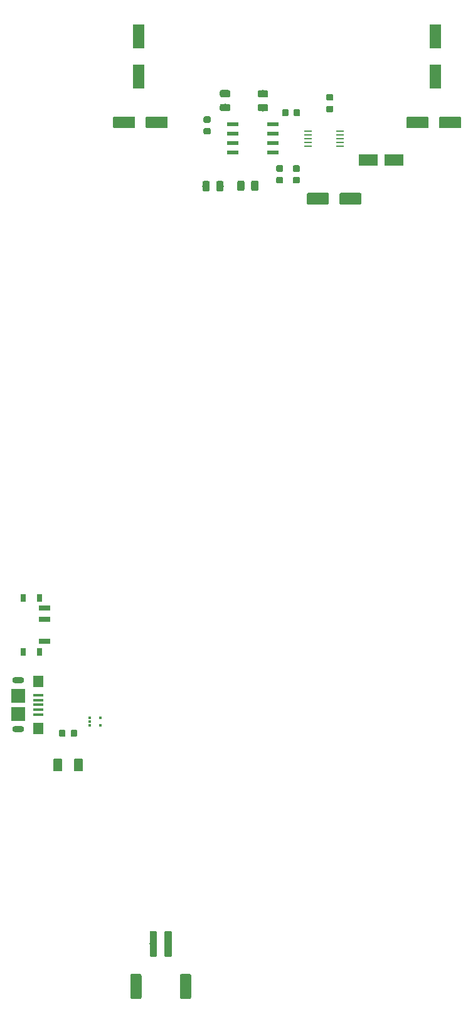
<source format=gbp>
G04 #@! TF.GenerationSoftware,KiCad,Pcbnew,(5.1.0-0)*
G04 #@! TF.CreationDate,2019-04-19T22:26:30-07:00*
G04 #@! TF.ProjectId,DC27-badge,44433237-2d62-4616-9467-652e6b696361,rev?*
G04 #@! TF.SameCoordinates,Original*
G04 #@! TF.FileFunction,Paste,Bot*
G04 #@! TF.FilePolarity,Positive*
%FSLAX46Y46*%
G04 Gerber Fmt 4.6, Leading zero omitted, Abs format (unit mm)*
G04 Created by KiCad (PCBNEW (5.1.0-0)) date 2019-04-19 22:26:30*
%MOMM*%
%LPD*%
G04 APERTURE LIST*
%ADD10C,0.150000*%
%ADD11C,0.875000*%
%ADD12C,1.600000*%
%ADD13C,0.975000*%
%ADD14R,1.550000X0.600000*%
%ADD15R,0.450000X0.300000*%
%ADD16C,1.500000*%
%ADD17C,1.000000*%
%ADD18R,0.800000X1.000000*%
%ADD19R,1.500000X0.700000*%
%ADD20C,1.250000*%
%ADD21R,2.499360X1.597660*%
%ADD22R,1.597660X3.197860*%
%ADD23R,1.348740X0.398780*%
%ADD24O,1.597660X0.899160*%
%ADD25R,1.399540X1.597660*%
%ADD26R,1.899920X1.899920*%
%ADD27R,1.100000X0.250000*%
G04 APERTURE END LIST*
D10*
G36*
X104477691Y-60563553D02*
G01*
X104498926Y-60566703D01*
X104519750Y-60571919D01*
X104539962Y-60579151D01*
X104559368Y-60588330D01*
X104577781Y-60599366D01*
X104595024Y-60612154D01*
X104610930Y-60626570D01*
X104625346Y-60642476D01*
X104638134Y-60659719D01*
X104649170Y-60678132D01*
X104658349Y-60697538D01*
X104665581Y-60717750D01*
X104670797Y-60738574D01*
X104673947Y-60759809D01*
X104675000Y-60781250D01*
X104675000Y-61218750D01*
X104673947Y-61240191D01*
X104670797Y-61261426D01*
X104665581Y-61282250D01*
X104658349Y-61302462D01*
X104649170Y-61321868D01*
X104638134Y-61340281D01*
X104625346Y-61357524D01*
X104610930Y-61373430D01*
X104595024Y-61387846D01*
X104577781Y-61400634D01*
X104559368Y-61411670D01*
X104539962Y-61420849D01*
X104519750Y-61428081D01*
X104498926Y-61433297D01*
X104477691Y-61436447D01*
X104456250Y-61437500D01*
X103943750Y-61437500D01*
X103922309Y-61436447D01*
X103901074Y-61433297D01*
X103880250Y-61428081D01*
X103860038Y-61420849D01*
X103840632Y-61411670D01*
X103822219Y-61400634D01*
X103804976Y-61387846D01*
X103789070Y-61373430D01*
X103774654Y-61357524D01*
X103761866Y-61340281D01*
X103750830Y-61321868D01*
X103741651Y-61302462D01*
X103734419Y-61282250D01*
X103729203Y-61261426D01*
X103726053Y-61240191D01*
X103725000Y-61218750D01*
X103725000Y-60781250D01*
X103726053Y-60759809D01*
X103729203Y-60738574D01*
X103734419Y-60717750D01*
X103741651Y-60697538D01*
X103750830Y-60678132D01*
X103761866Y-60659719D01*
X103774654Y-60642476D01*
X103789070Y-60626570D01*
X103804976Y-60612154D01*
X103822219Y-60599366D01*
X103840632Y-60588330D01*
X103860038Y-60579151D01*
X103880250Y-60571919D01*
X103901074Y-60566703D01*
X103922309Y-60563553D01*
X103943750Y-60562500D01*
X104456250Y-60562500D01*
X104477691Y-60563553D01*
X104477691Y-60563553D01*
G37*
D11*
X104200000Y-61000000D03*
D10*
G36*
X104477691Y-58988553D02*
G01*
X104498926Y-58991703D01*
X104519750Y-58996919D01*
X104539962Y-59004151D01*
X104559368Y-59013330D01*
X104577781Y-59024366D01*
X104595024Y-59037154D01*
X104610930Y-59051570D01*
X104625346Y-59067476D01*
X104638134Y-59084719D01*
X104649170Y-59103132D01*
X104658349Y-59122538D01*
X104665581Y-59142750D01*
X104670797Y-59163574D01*
X104673947Y-59184809D01*
X104675000Y-59206250D01*
X104675000Y-59643750D01*
X104673947Y-59665191D01*
X104670797Y-59686426D01*
X104665581Y-59707250D01*
X104658349Y-59727462D01*
X104649170Y-59746868D01*
X104638134Y-59765281D01*
X104625346Y-59782524D01*
X104610930Y-59798430D01*
X104595024Y-59812846D01*
X104577781Y-59825634D01*
X104559368Y-59836670D01*
X104539962Y-59845849D01*
X104519750Y-59853081D01*
X104498926Y-59858297D01*
X104477691Y-59861447D01*
X104456250Y-59862500D01*
X103943750Y-59862500D01*
X103922309Y-59861447D01*
X103901074Y-59858297D01*
X103880250Y-59853081D01*
X103860038Y-59845849D01*
X103840632Y-59836670D01*
X103822219Y-59825634D01*
X103804976Y-59812846D01*
X103789070Y-59798430D01*
X103774654Y-59782524D01*
X103761866Y-59765281D01*
X103750830Y-59746868D01*
X103741651Y-59727462D01*
X103734419Y-59707250D01*
X103729203Y-59686426D01*
X103726053Y-59665191D01*
X103725000Y-59643750D01*
X103725000Y-59206250D01*
X103726053Y-59184809D01*
X103729203Y-59163574D01*
X103734419Y-59142750D01*
X103741651Y-59122538D01*
X103750830Y-59103132D01*
X103761866Y-59084719D01*
X103774654Y-59067476D01*
X103789070Y-59051570D01*
X103804976Y-59037154D01*
X103822219Y-59024366D01*
X103840632Y-59013330D01*
X103860038Y-59004151D01*
X103880250Y-58996919D01*
X103901074Y-58991703D01*
X103922309Y-58988553D01*
X103943750Y-58987500D01*
X104456250Y-58987500D01*
X104477691Y-58988553D01*
X104477691Y-58988553D01*
G37*
D11*
X104200000Y-59425000D03*
D10*
G36*
X115024504Y-62701204D02*
G01*
X115048773Y-62704804D01*
X115072571Y-62710765D01*
X115095671Y-62719030D01*
X115117849Y-62729520D01*
X115138893Y-62742133D01*
X115158598Y-62756747D01*
X115176777Y-62773223D01*
X115193253Y-62791402D01*
X115207867Y-62811107D01*
X115220480Y-62832151D01*
X115230970Y-62854329D01*
X115239235Y-62877429D01*
X115245196Y-62901227D01*
X115248796Y-62925496D01*
X115250000Y-62950000D01*
X115250000Y-64050000D01*
X115248796Y-64074504D01*
X115245196Y-64098773D01*
X115239235Y-64122571D01*
X115230970Y-64145671D01*
X115220480Y-64167849D01*
X115207867Y-64188893D01*
X115193253Y-64208598D01*
X115176777Y-64226777D01*
X115158598Y-64243253D01*
X115138893Y-64257867D01*
X115117849Y-64270480D01*
X115095671Y-64280970D01*
X115072571Y-64289235D01*
X115048773Y-64295196D01*
X115024504Y-64298796D01*
X115000000Y-64300000D01*
X112500000Y-64300000D01*
X112475496Y-64298796D01*
X112451227Y-64295196D01*
X112427429Y-64289235D01*
X112404329Y-64280970D01*
X112382151Y-64270480D01*
X112361107Y-64257867D01*
X112341402Y-64243253D01*
X112323223Y-64226777D01*
X112306747Y-64208598D01*
X112292133Y-64188893D01*
X112279520Y-64167849D01*
X112269030Y-64145671D01*
X112260765Y-64122571D01*
X112254804Y-64098773D01*
X112251204Y-64074504D01*
X112250000Y-64050000D01*
X112250000Y-62950000D01*
X112251204Y-62925496D01*
X112254804Y-62901227D01*
X112260765Y-62877429D01*
X112269030Y-62854329D01*
X112279520Y-62832151D01*
X112292133Y-62811107D01*
X112306747Y-62791402D01*
X112323223Y-62773223D01*
X112341402Y-62756747D01*
X112361107Y-62742133D01*
X112382151Y-62729520D01*
X112404329Y-62719030D01*
X112427429Y-62710765D01*
X112451227Y-62704804D01*
X112475496Y-62701204D01*
X112500000Y-62700000D01*
X115000000Y-62700000D01*
X115024504Y-62701204D01*
X115024504Y-62701204D01*
G37*
D12*
X113750000Y-63500000D03*
D10*
G36*
X110624504Y-62701204D02*
G01*
X110648773Y-62704804D01*
X110672571Y-62710765D01*
X110695671Y-62719030D01*
X110717849Y-62729520D01*
X110738893Y-62742133D01*
X110758598Y-62756747D01*
X110776777Y-62773223D01*
X110793253Y-62791402D01*
X110807867Y-62811107D01*
X110820480Y-62832151D01*
X110830970Y-62854329D01*
X110839235Y-62877429D01*
X110845196Y-62901227D01*
X110848796Y-62925496D01*
X110850000Y-62950000D01*
X110850000Y-64050000D01*
X110848796Y-64074504D01*
X110845196Y-64098773D01*
X110839235Y-64122571D01*
X110830970Y-64145671D01*
X110820480Y-64167849D01*
X110807867Y-64188893D01*
X110793253Y-64208598D01*
X110776777Y-64226777D01*
X110758598Y-64243253D01*
X110738893Y-64257867D01*
X110717849Y-64270480D01*
X110695671Y-64280970D01*
X110672571Y-64289235D01*
X110648773Y-64295196D01*
X110624504Y-64298796D01*
X110600000Y-64300000D01*
X108100000Y-64300000D01*
X108075496Y-64298796D01*
X108051227Y-64295196D01*
X108027429Y-64289235D01*
X108004329Y-64280970D01*
X107982151Y-64270480D01*
X107961107Y-64257867D01*
X107941402Y-64243253D01*
X107923223Y-64226777D01*
X107906747Y-64208598D01*
X107892133Y-64188893D01*
X107879520Y-64167849D01*
X107869030Y-64145671D01*
X107860765Y-64122571D01*
X107854804Y-64098773D01*
X107851204Y-64074504D01*
X107850000Y-64050000D01*
X107850000Y-62950000D01*
X107851204Y-62925496D01*
X107854804Y-62901227D01*
X107860765Y-62877429D01*
X107869030Y-62854329D01*
X107879520Y-62832151D01*
X107892133Y-62811107D01*
X107906747Y-62791402D01*
X107923223Y-62773223D01*
X107941402Y-62756747D01*
X107961107Y-62742133D01*
X107982151Y-62729520D01*
X108004329Y-62719030D01*
X108027429Y-62710765D01*
X108051227Y-62704804D01*
X108075496Y-62701204D01*
X108100000Y-62700000D01*
X110600000Y-62700000D01*
X110624504Y-62701204D01*
X110624504Y-62701204D01*
G37*
D12*
X109350000Y-63500000D03*
D10*
G36*
X128474504Y-52401204D02*
G01*
X128498773Y-52404804D01*
X128522571Y-52410765D01*
X128545671Y-52419030D01*
X128567849Y-52429520D01*
X128588893Y-52442133D01*
X128608598Y-52456747D01*
X128626777Y-52473223D01*
X128643253Y-52491402D01*
X128657867Y-52511107D01*
X128670480Y-52532151D01*
X128680970Y-52554329D01*
X128689235Y-52577429D01*
X128695196Y-52601227D01*
X128698796Y-52625496D01*
X128700000Y-52650000D01*
X128700000Y-53750000D01*
X128698796Y-53774504D01*
X128695196Y-53798773D01*
X128689235Y-53822571D01*
X128680970Y-53845671D01*
X128670480Y-53867849D01*
X128657867Y-53888893D01*
X128643253Y-53908598D01*
X128626777Y-53926777D01*
X128608598Y-53943253D01*
X128588893Y-53957867D01*
X128567849Y-53970480D01*
X128545671Y-53980970D01*
X128522571Y-53989235D01*
X128498773Y-53995196D01*
X128474504Y-53998796D01*
X128450000Y-54000000D01*
X125950000Y-54000000D01*
X125925496Y-53998796D01*
X125901227Y-53995196D01*
X125877429Y-53989235D01*
X125854329Y-53980970D01*
X125832151Y-53970480D01*
X125811107Y-53957867D01*
X125791402Y-53943253D01*
X125773223Y-53926777D01*
X125756747Y-53908598D01*
X125742133Y-53888893D01*
X125729520Y-53867849D01*
X125719030Y-53845671D01*
X125710765Y-53822571D01*
X125704804Y-53798773D01*
X125701204Y-53774504D01*
X125700000Y-53750000D01*
X125700000Y-52650000D01*
X125701204Y-52625496D01*
X125704804Y-52601227D01*
X125710765Y-52577429D01*
X125719030Y-52554329D01*
X125729520Y-52532151D01*
X125742133Y-52511107D01*
X125756747Y-52491402D01*
X125773223Y-52473223D01*
X125791402Y-52456747D01*
X125811107Y-52442133D01*
X125832151Y-52429520D01*
X125854329Y-52419030D01*
X125877429Y-52410765D01*
X125901227Y-52404804D01*
X125925496Y-52401204D01*
X125950000Y-52400000D01*
X128450000Y-52400000D01*
X128474504Y-52401204D01*
X128474504Y-52401204D01*
G37*
D12*
X127200000Y-53200000D03*
D10*
G36*
X124074504Y-52401204D02*
G01*
X124098773Y-52404804D01*
X124122571Y-52410765D01*
X124145671Y-52419030D01*
X124167849Y-52429520D01*
X124188893Y-52442133D01*
X124208598Y-52456747D01*
X124226777Y-52473223D01*
X124243253Y-52491402D01*
X124257867Y-52511107D01*
X124270480Y-52532151D01*
X124280970Y-52554329D01*
X124289235Y-52577429D01*
X124295196Y-52601227D01*
X124298796Y-52625496D01*
X124300000Y-52650000D01*
X124300000Y-53750000D01*
X124298796Y-53774504D01*
X124295196Y-53798773D01*
X124289235Y-53822571D01*
X124280970Y-53845671D01*
X124270480Y-53867849D01*
X124257867Y-53888893D01*
X124243253Y-53908598D01*
X124226777Y-53926777D01*
X124208598Y-53943253D01*
X124188893Y-53957867D01*
X124167849Y-53970480D01*
X124145671Y-53980970D01*
X124122571Y-53989235D01*
X124098773Y-53995196D01*
X124074504Y-53998796D01*
X124050000Y-54000000D01*
X121550000Y-54000000D01*
X121525496Y-53998796D01*
X121501227Y-53995196D01*
X121477429Y-53989235D01*
X121454329Y-53980970D01*
X121432151Y-53970480D01*
X121411107Y-53957867D01*
X121391402Y-53943253D01*
X121373223Y-53926777D01*
X121356747Y-53908598D01*
X121342133Y-53888893D01*
X121329520Y-53867849D01*
X121319030Y-53845671D01*
X121310765Y-53822571D01*
X121304804Y-53798773D01*
X121301204Y-53774504D01*
X121300000Y-53750000D01*
X121300000Y-52650000D01*
X121301204Y-52625496D01*
X121304804Y-52601227D01*
X121310765Y-52577429D01*
X121319030Y-52554329D01*
X121329520Y-52532151D01*
X121342133Y-52511107D01*
X121356747Y-52491402D01*
X121373223Y-52473223D01*
X121391402Y-52456747D01*
X121411107Y-52442133D01*
X121432151Y-52429520D01*
X121454329Y-52419030D01*
X121477429Y-52410765D01*
X121501227Y-52404804D01*
X121525496Y-52401204D01*
X121550000Y-52400000D01*
X124050000Y-52400000D01*
X124074504Y-52401204D01*
X124074504Y-52401204D01*
G37*
D12*
X122800000Y-53200000D03*
D10*
G36*
X102420142Y-50733674D02*
G01*
X102443803Y-50737184D01*
X102467007Y-50742996D01*
X102489529Y-50751054D01*
X102511153Y-50761282D01*
X102531670Y-50773579D01*
X102550883Y-50787829D01*
X102568607Y-50803893D01*
X102584671Y-50821617D01*
X102598921Y-50840830D01*
X102611218Y-50861347D01*
X102621446Y-50882971D01*
X102629504Y-50905493D01*
X102635316Y-50928697D01*
X102638826Y-50952358D01*
X102640000Y-50976250D01*
X102640000Y-51463750D01*
X102638826Y-51487642D01*
X102635316Y-51511303D01*
X102629504Y-51534507D01*
X102621446Y-51557029D01*
X102611218Y-51578653D01*
X102598921Y-51599170D01*
X102584671Y-51618383D01*
X102568607Y-51636107D01*
X102550883Y-51652171D01*
X102531670Y-51666421D01*
X102511153Y-51678718D01*
X102489529Y-51688946D01*
X102467007Y-51697004D01*
X102443803Y-51702816D01*
X102420142Y-51706326D01*
X102396250Y-51707500D01*
X101483750Y-51707500D01*
X101459858Y-51706326D01*
X101436197Y-51702816D01*
X101412993Y-51697004D01*
X101390471Y-51688946D01*
X101368847Y-51678718D01*
X101348330Y-51666421D01*
X101329117Y-51652171D01*
X101311393Y-51636107D01*
X101295329Y-51618383D01*
X101281079Y-51599170D01*
X101268782Y-51578653D01*
X101258554Y-51557029D01*
X101250496Y-51534507D01*
X101244684Y-51511303D01*
X101241174Y-51487642D01*
X101240000Y-51463750D01*
X101240000Y-50976250D01*
X101241174Y-50952358D01*
X101244684Y-50928697D01*
X101250496Y-50905493D01*
X101258554Y-50882971D01*
X101268782Y-50861347D01*
X101281079Y-50840830D01*
X101295329Y-50821617D01*
X101311393Y-50803893D01*
X101329117Y-50787829D01*
X101348330Y-50773579D01*
X101368847Y-50761282D01*
X101390471Y-50751054D01*
X101412993Y-50742996D01*
X101436197Y-50737184D01*
X101459858Y-50733674D01*
X101483750Y-50732500D01*
X102396250Y-50732500D01*
X102420142Y-50733674D01*
X102420142Y-50733674D01*
G37*
D13*
X101940000Y-51220000D03*
D10*
G36*
X102420142Y-48858674D02*
G01*
X102443803Y-48862184D01*
X102467007Y-48867996D01*
X102489529Y-48876054D01*
X102511153Y-48886282D01*
X102531670Y-48898579D01*
X102550883Y-48912829D01*
X102568607Y-48928893D01*
X102584671Y-48946617D01*
X102598921Y-48965830D01*
X102611218Y-48986347D01*
X102621446Y-49007971D01*
X102629504Y-49030493D01*
X102635316Y-49053697D01*
X102638826Y-49077358D01*
X102640000Y-49101250D01*
X102640000Y-49588750D01*
X102638826Y-49612642D01*
X102635316Y-49636303D01*
X102629504Y-49659507D01*
X102621446Y-49682029D01*
X102611218Y-49703653D01*
X102598921Y-49724170D01*
X102584671Y-49743383D01*
X102568607Y-49761107D01*
X102550883Y-49777171D01*
X102531670Y-49791421D01*
X102511153Y-49803718D01*
X102489529Y-49813946D01*
X102467007Y-49822004D01*
X102443803Y-49827816D01*
X102420142Y-49831326D01*
X102396250Y-49832500D01*
X101483750Y-49832500D01*
X101459858Y-49831326D01*
X101436197Y-49827816D01*
X101412993Y-49822004D01*
X101390471Y-49813946D01*
X101368847Y-49803718D01*
X101348330Y-49791421D01*
X101329117Y-49777171D01*
X101311393Y-49761107D01*
X101295329Y-49743383D01*
X101281079Y-49724170D01*
X101268782Y-49703653D01*
X101258554Y-49682029D01*
X101250496Y-49659507D01*
X101244684Y-49636303D01*
X101241174Y-49612642D01*
X101240000Y-49588750D01*
X101240000Y-49101250D01*
X101241174Y-49077358D01*
X101244684Y-49053697D01*
X101250496Y-49030493D01*
X101258554Y-49007971D01*
X101268782Y-48986347D01*
X101281079Y-48965830D01*
X101295329Y-48946617D01*
X101311393Y-48928893D01*
X101329117Y-48912829D01*
X101348330Y-48898579D01*
X101368847Y-48886282D01*
X101390471Y-48876054D01*
X101412993Y-48867996D01*
X101436197Y-48862184D01*
X101459858Y-48858674D01*
X101483750Y-48857500D01*
X102396250Y-48857500D01*
X102420142Y-48858674D01*
X102420142Y-48858674D01*
G37*
D13*
X101940000Y-49345000D03*
D14*
X103300000Y-57305000D03*
X103300000Y-56035000D03*
X103300000Y-54765000D03*
X103300000Y-53495000D03*
X97900000Y-53495000D03*
X97900000Y-54765000D03*
X97900000Y-56035000D03*
X97900000Y-57305000D03*
D10*
G36*
X84474504Y-52401204D02*
G01*
X84498773Y-52404804D01*
X84522571Y-52410765D01*
X84545671Y-52419030D01*
X84567849Y-52429520D01*
X84588893Y-52442133D01*
X84608598Y-52456747D01*
X84626777Y-52473223D01*
X84643253Y-52491402D01*
X84657867Y-52511107D01*
X84670480Y-52532151D01*
X84680970Y-52554329D01*
X84689235Y-52577429D01*
X84695196Y-52601227D01*
X84698796Y-52625496D01*
X84700000Y-52650000D01*
X84700000Y-53750000D01*
X84698796Y-53774504D01*
X84695196Y-53798773D01*
X84689235Y-53822571D01*
X84680970Y-53845671D01*
X84670480Y-53867849D01*
X84657867Y-53888893D01*
X84643253Y-53908598D01*
X84626777Y-53926777D01*
X84608598Y-53943253D01*
X84588893Y-53957867D01*
X84567849Y-53970480D01*
X84545671Y-53980970D01*
X84522571Y-53989235D01*
X84498773Y-53995196D01*
X84474504Y-53998796D01*
X84450000Y-54000000D01*
X81950000Y-54000000D01*
X81925496Y-53998796D01*
X81901227Y-53995196D01*
X81877429Y-53989235D01*
X81854329Y-53980970D01*
X81832151Y-53970480D01*
X81811107Y-53957867D01*
X81791402Y-53943253D01*
X81773223Y-53926777D01*
X81756747Y-53908598D01*
X81742133Y-53888893D01*
X81729520Y-53867849D01*
X81719030Y-53845671D01*
X81710765Y-53822571D01*
X81704804Y-53798773D01*
X81701204Y-53774504D01*
X81700000Y-53750000D01*
X81700000Y-52650000D01*
X81701204Y-52625496D01*
X81704804Y-52601227D01*
X81710765Y-52577429D01*
X81719030Y-52554329D01*
X81729520Y-52532151D01*
X81742133Y-52511107D01*
X81756747Y-52491402D01*
X81773223Y-52473223D01*
X81791402Y-52456747D01*
X81811107Y-52442133D01*
X81832151Y-52429520D01*
X81854329Y-52419030D01*
X81877429Y-52410765D01*
X81901227Y-52404804D01*
X81925496Y-52401204D01*
X81950000Y-52400000D01*
X84450000Y-52400000D01*
X84474504Y-52401204D01*
X84474504Y-52401204D01*
G37*
D12*
X83200000Y-53200000D03*
D10*
G36*
X88874504Y-52401204D02*
G01*
X88898773Y-52404804D01*
X88922571Y-52410765D01*
X88945671Y-52419030D01*
X88967849Y-52429520D01*
X88988893Y-52442133D01*
X89008598Y-52456747D01*
X89026777Y-52473223D01*
X89043253Y-52491402D01*
X89057867Y-52511107D01*
X89070480Y-52532151D01*
X89080970Y-52554329D01*
X89089235Y-52577429D01*
X89095196Y-52601227D01*
X89098796Y-52625496D01*
X89100000Y-52650000D01*
X89100000Y-53750000D01*
X89098796Y-53774504D01*
X89095196Y-53798773D01*
X89089235Y-53822571D01*
X89080970Y-53845671D01*
X89070480Y-53867849D01*
X89057867Y-53888893D01*
X89043253Y-53908598D01*
X89026777Y-53926777D01*
X89008598Y-53943253D01*
X88988893Y-53957867D01*
X88967849Y-53970480D01*
X88945671Y-53980970D01*
X88922571Y-53989235D01*
X88898773Y-53995196D01*
X88874504Y-53998796D01*
X88850000Y-54000000D01*
X86350000Y-54000000D01*
X86325496Y-53998796D01*
X86301227Y-53995196D01*
X86277429Y-53989235D01*
X86254329Y-53980970D01*
X86232151Y-53970480D01*
X86211107Y-53957867D01*
X86191402Y-53943253D01*
X86173223Y-53926777D01*
X86156747Y-53908598D01*
X86142133Y-53888893D01*
X86129520Y-53867849D01*
X86119030Y-53845671D01*
X86110765Y-53822571D01*
X86104804Y-53798773D01*
X86101204Y-53774504D01*
X86100000Y-53750000D01*
X86100000Y-52650000D01*
X86101204Y-52625496D01*
X86104804Y-52601227D01*
X86110765Y-52577429D01*
X86119030Y-52554329D01*
X86129520Y-52532151D01*
X86142133Y-52511107D01*
X86156747Y-52491402D01*
X86173223Y-52473223D01*
X86191402Y-52456747D01*
X86211107Y-52442133D01*
X86232151Y-52429520D01*
X86254329Y-52419030D01*
X86277429Y-52410765D01*
X86301227Y-52404804D01*
X86325496Y-52401204D01*
X86350000Y-52400000D01*
X88850000Y-52400000D01*
X88874504Y-52401204D01*
X88874504Y-52401204D01*
G37*
D12*
X87600000Y-53200000D03*
D10*
G36*
X96405142Y-61101174D02*
G01*
X96428803Y-61104684D01*
X96452007Y-61110496D01*
X96474529Y-61118554D01*
X96496153Y-61128782D01*
X96516670Y-61141079D01*
X96535883Y-61155329D01*
X96553607Y-61171393D01*
X96569671Y-61189117D01*
X96583921Y-61208330D01*
X96596218Y-61228847D01*
X96606446Y-61250471D01*
X96614504Y-61272993D01*
X96620316Y-61296197D01*
X96623826Y-61319858D01*
X96625000Y-61343750D01*
X96625000Y-62256250D01*
X96623826Y-62280142D01*
X96620316Y-62303803D01*
X96614504Y-62327007D01*
X96606446Y-62349529D01*
X96596218Y-62371153D01*
X96583921Y-62391670D01*
X96569671Y-62410883D01*
X96553607Y-62428607D01*
X96535883Y-62444671D01*
X96516670Y-62458921D01*
X96496153Y-62471218D01*
X96474529Y-62481446D01*
X96452007Y-62489504D01*
X96428803Y-62495316D01*
X96405142Y-62498826D01*
X96381250Y-62500000D01*
X95893750Y-62500000D01*
X95869858Y-62498826D01*
X95846197Y-62495316D01*
X95822993Y-62489504D01*
X95800471Y-62481446D01*
X95778847Y-62471218D01*
X95758330Y-62458921D01*
X95739117Y-62444671D01*
X95721393Y-62428607D01*
X95705329Y-62410883D01*
X95691079Y-62391670D01*
X95678782Y-62371153D01*
X95668554Y-62349529D01*
X95660496Y-62327007D01*
X95654684Y-62303803D01*
X95651174Y-62280142D01*
X95650000Y-62256250D01*
X95650000Y-61343750D01*
X95651174Y-61319858D01*
X95654684Y-61296197D01*
X95660496Y-61272993D01*
X95668554Y-61250471D01*
X95678782Y-61228847D01*
X95691079Y-61208330D01*
X95705329Y-61189117D01*
X95721393Y-61171393D01*
X95739117Y-61155329D01*
X95758330Y-61141079D01*
X95778847Y-61128782D01*
X95800471Y-61118554D01*
X95822993Y-61110496D01*
X95846197Y-61104684D01*
X95869858Y-61101174D01*
X95893750Y-61100000D01*
X96381250Y-61100000D01*
X96405142Y-61101174D01*
X96405142Y-61101174D01*
G37*
D13*
X96137500Y-61800000D03*
D10*
G36*
X94530142Y-61101174D02*
G01*
X94553803Y-61104684D01*
X94577007Y-61110496D01*
X94599529Y-61118554D01*
X94621153Y-61128782D01*
X94641670Y-61141079D01*
X94660883Y-61155329D01*
X94678607Y-61171393D01*
X94694671Y-61189117D01*
X94708921Y-61208330D01*
X94721218Y-61228847D01*
X94731446Y-61250471D01*
X94739504Y-61272993D01*
X94745316Y-61296197D01*
X94748826Y-61319858D01*
X94750000Y-61343750D01*
X94750000Y-62256250D01*
X94748826Y-62280142D01*
X94745316Y-62303803D01*
X94739504Y-62327007D01*
X94731446Y-62349529D01*
X94721218Y-62371153D01*
X94708921Y-62391670D01*
X94694671Y-62410883D01*
X94678607Y-62428607D01*
X94660883Y-62444671D01*
X94641670Y-62458921D01*
X94621153Y-62471218D01*
X94599529Y-62481446D01*
X94577007Y-62489504D01*
X94553803Y-62495316D01*
X94530142Y-62498826D01*
X94506250Y-62500000D01*
X94018750Y-62500000D01*
X93994858Y-62498826D01*
X93971197Y-62495316D01*
X93947993Y-62489504D01*
X93925471Y-62481446D01*
X93903847Y-62471218D01*
X93883330Y-62458921D01*
X93864117Y-62444671D01*
X93846393Y-62428607D01*
X93830329Y-62410883D01*
X93816079Y-62391670D01*
X93803782Y-62371153D01*
X93793554Y-62349529D01*
X93785496Y-62327007D01*
X93779684Y-62303803D01*
X93776174Y-62280142D01*
X93775000Y-62256250D01*
X93775000Y-61343750D01*
X93776174Y-61319858D01*
X93779684Y-61296197D01*
X93785496Y-61272993D01*
X93793554Y-61250471D01*
X93803782Y-61228847D01*
X93816079Y-61208330D01*
X93830329Y-61189117D01*
X93846393Y-61171393D01*
X93864117Y-61155329D01*
X93883330Y-61141079D01*
X93903847Y-61128782D01*
X93925471Y-61118554D01*
X93947993Y-61110496D01*
X93971197Y-61104684D01*
X93994858Y-61101174D01*
X94018750Y-61100000D01*
X94506250Y-61100000D01*
X94530142Y-61101174D01*
X94530142Y-61101174D01*
G37*
D13*
X94262500Y-61800000D03*
D10*
G36*
X97310142Y-48838674D02*
G01*
X97333803Y-48842184D01*
X97357007Y-48847996D01*
X97379529Y-48856054D01*
X97401153Y-48866282D01*
X97421670Y-48878579D01*
X97440883Y-48892829D01*
X97458607Y-48908893D01*
X97474671Y-48926617D01*
X97488921Y-48945830D01*
X97501218Y-48966347D01*
X97511446Y-48987971D01*
X97519504Y-49010493D01*
X97525316Y-49033697D01*
X97528826Y-49057358D01*
X97530000Y-49081250D01*
X97530000Y-49568750D01*
X97528826Y-49592642D01*
X97525316Y-49616303D01*
X97519504Y-49639507D01*
X97511446Y-49662029D01*
X97501218Y-49683653D01*
X97488921Y-49704170D01*
X97474671Y-49723383D01*
X97458607Y-49741107D01*
X97440883Y-49757171D01*
X97421670Y-49771421D01*
X97401153Y-49783718D01*
X97379529Y-49793946D01*
X97357007Y-49802004D01*
X97333803Y-49807816D01*
X97310142Y-49811326D01*
X97286250Y-49812500D01*
X96373750Y-49812500D01*
X96349858Y-49811326D01*
X96326197Y-49807816D01*
X96302993Y-49802004D01*
X96280471Y-49793946D01*
X96258847Y-49783718D01*
X96238330Y-49771421D01*
X96219117Y-49757171D01*
X96201393Y-49741107D01*
X96185329Y-49723383D01*
X96171079Y-49704170D01*
X96158782Y-49683653D01*
X96148554Y-49662029D01*
X96140496Y-49639507D01*
X96134684Y-49616303D01*
X96131174Y-49592642D01*
X96130000Y-49568750D01*
X96130000Y-49081250D01*
X96131174Y-49057358D01*
X96134684Y-49033697D01*
X96140496Y-49010493D01*
X96148554Y-48987971D01*
X96158782Y-48966347D01*
X96171079Y-48945830D01*
X96185329Y-48926617D01*
X96201393Y-48908893D01*
X96219117Y-48892829D01*
X96238330Y-48878579D01*
X96258847Y-48866282D01*
X96280471Y-48856054D01*
X96302993Y-48847996D01*
X96326197Y-48842184D01*
X96349858Y-48838674D01*
X96373750Y-48837500D01*
X97286250Y-48837500D01*
X97310142Y-48838674D01*
X97310142Y-48838674D01*
G37*
D13*
X96830000Y-49325000D03*
D10*
G36*
X97310142Y-50713674D02*
G01*
X97333803Y-50717184D01*
X97357007Y-50722996D01*
X97379529Y-50731054D01*
X97401153Y-50741282D01*
X97421670Y-50753579D01*
X97440883Y-50767829D01*
X97458607Y-50783893D01*
X97474671Y-50801617D01*
X97488921Y-50820830D01*
X97501218Y-50841347D01*
X97511446Y-50862971D01*
X97519504Y-50885493D01*
X97525316Y-50908697D01*
X97528826Y-50932358D01*
X97530000Y-50956250D01*
X97530000Y-51443750D01*
X97528826Y-51467642D01*
X97525316Y-51491303D01*
X97519504Y-51514507D01*
X97511446Y-51537029D01*
X97501218Y-51558653D01*
X97488921Y-51579170D01*
X97474671Y-51598383D01*
X97458607Y-51616107D01*
X97440883Y-51632171D01*
X97421670Y-51646421D01*
X97401153Y-51658718D01*
X97379529Y-51668946D01*
X97357007Y-51677004D01*
X97333803Y-51682816D01*
X97310142Y-51686326D01*
X97286250Y-51687500D01*
X96373750Y-51687500D01*
X96349858Y-51686326D01*
X96326197Y-51682816D01*
X96302993Y-51677004D01*
X96280471Y-51668946D01*
X96258847Y-51658718D01*
X96238330Y-51646421D01*
X96219117Y-51632171D01*
X96201393Y-51616107D01*
X96185329Y-51598383D01*
X96171079Y-51579170D01*
X96158782Y-51558653D01*
X96148554Y-51537029D01*
X96140496Y-51514507D01*
X96134684Y-51491303D01*
X96131174Y-51467642D01*
X96130000Y-51443750D01*
X96130000Y-50956250D01*
X96131174Y-50932358D01*
X96134684Y-50908697D01*
X96140496Y-50885493D01*
X96148554Y-50862971D01*
X96158782Y-50841347D01*
X96171079Y-50820830D01*
X96185329Y-50801617D01*
X96201393Y-50783893D01*
X96219117Y-50767829D01*
X96238330Y-50753579D01*
X96258847Y-50741282D01*
X96280471Y-50731054D01*
X96302993Y-50722996D01*
X96326197Y-50717184D01*
X96349858Y-50713674D01*
X96373750Y-50712500D01*
X97286250Y-50712500D01*
X97310142Y-50713674D01*
X97310142Y-50713674D01*
G37*
D13*
X96830000Y-51200000D03*
D10*
G36*
X101105142Y-61051174D02*
G01*
X101128803Y-61054684D01*
X101152007Y-61060496D01*
X101174529Y-61068554D01*
X101196153Y-61078782D01*
X101216670Y-61091079D01*
X101235883Y-61105329D01*
X101253607Y-61121393D01*
X101269671Y-61139117D01*
X101283921Y-61158330D01*
X101296218Y-61178847D01*
X101306446Y-61200471D01*
X101314504Y-61222993D01*
X101320316Y-61246197D01*
X101323826Y-61269858D01*
X101325000Y-61293750D01*
X101325000Y-62206250D01*
X101323826Y-62230142D01*
X101320316Y-62253803D01*
X101314504Y-62277007D01*
X101306446Y-62299529D01*
X101296218Y-62321153D01*
X101283921Y-62341670D01*
X101269671Y-62360883D01*
X101253607Y-62378607D01*
X101235883Y-62394671D01*
X101216670Y-62408921D01*
X101196153Y-62421218D01*
X101174529Y-62431446D01*
X101152007Y-62439504D01*
X101128803Y-62445316D01*
X101105142Y-62448826D01*
X101081250Y-62450000D01*
X100593750Y-62450000D01*
X100569858Y-62448826D01*
X100546197Y-62445316D01*
X100522993Y-62439504D01*
X100500471Y-62431446D01*
X100478847Y-62421218D01*
X100458330Y-62408921D01*
X100439117Y-62394671D01*
X100421393Y-62378607D01*
X100405329Y-62360883D01*
X100391079Y-62341670D01*
X100378782Y-62321153D01*
X100368554Y-62299529D01*
X100360496Y-62277007D01*
X100354684Y-62253803D01*
X100351174Y-62230142D01*
X100350000Y-62206250D01*
X100350000Y-61293750D01*
X100351174Y-61269858D01*
X100354684Y-61246197D01*
X100360496Y-61222993D01*
X100368554Y-61200471D01*
X100378782Y-61178847D01*
X100391079Y-61158330D01*
X100405329Y-61139117D01*
X100421393Y-61121393D01*
X100439117Y-61105329D01*
X100458330Y-61091079D01*
X100478847Y-61078782D01*
X100500471Y-61068554D01*
X100522993Y-61060496D01*
X100546197Y-61054684D01*
X100569858Y-61051174D01*
X100593750Y-61050000D01*
X101081250Y-61050000D01*
X101105142Y-61051174D01*
X101105142Y-61051174D01*
G37*
D13*
X100837500Y-61750000D03*
D10*
G36*
X99230142Y-61051174D02*
G01*
X99253803Y-61054684D01*
X99277007Y-61060496D01*
X99299529Y-61068554D01*
X99321153Y-61078782D01*
X99341670Y-61091079D01*
X99360883Y-61105329D01*
X99378607Y-61121393D01*
X99394671Y-61139117D01*
X99408921Y-61158330D01*
X99421218Y-61178847D01*
X99431446Y-61200471D01*
X99439504Y-61222993D01*
X99445316Y-61246197D01*
X99448826Y-61269858D01*
X99450000Y-61293750D01*
X99450000Y-62206250D01*
X99448826Y-62230142D01*
X99445316Y-62253803D01*
X99439504Y-62277007D01*
X99431446Y-62299529D01*
X99421218Y-62321153D01*
X99408921Y-62341670D01*
X99394671Y-62360883D01*
X99378607Y-62378607D01*
X99360883Y-62394671D01*
X99341670Y-62408921D01*
X99321153Y-62421218D01*
X99299529Y-62431446D01*
X99277007Y-62439504D01*
X99253803Y-62445316D01*
X99230142Y-62448826D01*
X99206250Y-62450000D01*
X98718750Y-62450000D01*
X98694858Y-62448826D01*
X98671197Y-62445316D01*
X98647993Y-62439504D01*
X98625471Y-62431446D01*
X98603847Y-62421218D01*
X98583330Y-62408921D01*
X98564117Y-62394671D01*
X98546393Y-62378607D01*
X98530329Y-62360883D01*
X98516079Y-62341670D01*
X98503782Y-62321153D01*
X98493554Y-62299529D01*
X98485496Y-62277007D01*
X98479684Y-62253803D01*
X98476174Y-62230142D01*
X98475000Y-62206250D01*
X98475000Y-61293750D01*
X98476174Y-61269858D01*
X98479684Y-61246197D01*
X98485496Y-61222993D01*
X98493554Y-61200471D01*
X98503782Y-61178847D01*
X98516079Y-61158330D01*
X98530329Y-61139117D01*
X98546393Y-61121393D01*
X98564117Y-61105329D01*
X98583330Y-61091079D01*
X98603847Y-61078782D01*
X98625471Y-61068554D01*
X98647993Y-61060496D01*
X98671197Y-61054684D01*
X98694858Y-61051174D01*
X98718750Y-61050000D01*
X99206250Y-61050000D01*
X99230142Y-61051174D01*
X99230142Y-61051174D01*
G37*
D13*
X98962500Y-61750000D03*
D15*
X80000000Y-133580000D03*
X78600000Y-134080000D03*
X80000000Y-134580000D03*
X78600000Y-133580000D03*
X78600000Y-134580000D03*
D10*
G36*
X85324504Y-168101204D02*
G01*
X85348773Y-168104804D01*
X85372571Y-168110765D01*
X85395671Y-168119030D01*
X85417849Y-168129520D01*
X85438893Y-168142133D01*
X85458598Y-168156747D01*
X85476777Y-168173223D01*
X85493253Y-168191402D01*
X85507867Y-168211107D01*
X85520480Y-168232151D01*
X85530970Y-168254329D01*
X85539235Y-168277429D01*
X85545196Y-168301227D01*
X85548796Y-168325496D01*
X85550000Y-168350000D01*
X85550000Y-171250000D01*
X85548796Y-171274504D01*
X85545196Y-171298773D01*
X85539235Y-171322571D01*
X85530970Y-171345671D01*
X85520480Y-171367849D01*
X85507867Y-171388893D01*
X85493253Y-171408598D01*
X85476777Y-171426777D01*
X85458598Y-171443253D01*
X85438893Y-171457867D01*
X85417849Y-171470480D01*
X85395671Y-171480970D01*
X85372571Y-171489235D01*
X85348773Y-171495196D01*
X85324504Y-171498796D01*
X85300000Y-171500000D01*
X84300000Y-171500000D01*
X84275496Y-171498796D01*
X84251227Y-171495196D01*
X84227429Y-171489235D01*
X84204329Y-171480970D01*
X84182151Y-171470480D01*
X84161107Y-171457867D01*
X84141402Y-171443253D01*
X84123223Y-171426777D01*
X84106747Y-171408598D01*
X84092133Y-171388893D01*
X84079520Y-171367849D01*
X84069030Y-171345671D01*
X84060765Y-171322571D01*
X84054804Y-171298773D01*
X84051204Y-171274504D01*
X84050000Y-171250000D01*
X84050000Y-168350000D01*
X84051204Y-168325496D01*
X84054804Y-168301227D01*
X84060765Y-168277429D01*
X84069030Y-168254329D01*
X84079520Y-168232151D01*
X84092133Y-168211107D01*
X84106747Y-168191402D01*
X84123223Y-168173223D01*
X84141402Y-168156747D01*
X84161107Y-168142133D01*
X84182151Y-168129520D01*
X84204329Y-168119030D01*
X84227429Y-168110765D01*
X84251227Y-168104804D01*
X84275496Y-168101204D01*
X84300000Y-168100000D01*
X85300000Y-168100000D01*
X85324504Y-168101204D01*
X85324504Y-168101204D01*
G37*
D16*
X84800000Y-169800000D03*
D10*
G36*
X92024504Y-168101204D02*
G01*
X92048773Y-168104804D01*
X92072571Y-168110765D01*
X92095671Y-168119030D01*
X92117849Y-168129520D01*
X92138893Y-168142133D01*
X92158598Y-168156747D01*
X92176777Y-168173223D01*
X92193253Y-168191402D01*
X92207867Y-168211107D01*
X92220480Y-168232151D01*
X92230970Y-168254329D01*
X92239235Y-168277429D01*
X92245196Y-168301227D01*
X92248796Y-168325496D01*
X92250000Y-168350000D01*
X92250000Y-171250000D01*
X92248796Y-171274504D01*
X92245196Y-171298773D01*
X92239235Y-171322571D01*
X92230970Y-171345671D01*
X92220480Y-171367849D01*
X92207867Y-171388893D01*
X92193253Y-171408598D01*
X92176777Y-171426777D01*
X92158598Y-171443253D01*
X92138893Y-171457867D01*
X92117849Y-171470480D01*
X92095671Y-171480970D01*
X92072571Y-171489235D01*
X92048773Y-171495196D01*
X92024504Y-171498796D01*
X92000000Y-171500000D01*
X91000000Y-171500000D01*
X90975496Y-171498796D01*
X90951227Y-171495196D01*
X90927429Y-171489235D01*
X90904329Y-171480970D01*
X90882151Y-171470480D01*
X90861107Y-171457867D01*
X90841402Y-171443253D01*
X90823223Y-171426777D01*
X90806747Y-171408598D01*
X90792133Y-171388893D01*
X90779520Y-171367849D01*
X90769030Y-171345671D01*
X90760765Y-171322571D01*
X90754804Y-171298773D01*
X90751204Y-171274504D01*
X90750000Y-171250000D01*
X90750000Y-168350000D01*
X90751204Y-168325496D01*
X90754804Y-168301227D01*
X90760765Y-168277429D01*
X90769030Y-168254329D01*
X90779520Y-168232151D01*
X90792133Y-168211107D01*
X90806747Y-168191402D01*
X90823223Y-168173223D01*
X90841402Y-168156747D01*
X90861107Y-168142133D01*
X90882151Y-168129520D01*
X90904329Y-168119030D01*
X90927429Y-168110765D01*
X90951227Y-168104804D01*
X90975496Y-168101204D01*
X91000000Y-168100000D01*
X92000000Y-168100000D01*
X92024504Y-168101204D01*
X92024504Y-168101204D01*
G37*
D16*
X91500000Y-169800000D03*
D10*
G36*
X87424504Y-162301204D02*
G01*
X87448773Y-162304804D01*
X87472571Y-162310765D01*
X87495671Y-162319030D01*
X87517849Y-162329520D01*
X87538893Y-162342133D01*
X87558598Y-162356747D01*
X87576777Y-162373223D01*
X87593253Y-162391402D01*
X87607867Y-162411107D01*
X87620480Y-162432151D01*
X87630970Y-162454329D01*
X87639235Y-162477429D01*
X87645196Y-162501227D01*
X87648796Y-162525496D01*
X87650000Y-162550000D01*
X87650000Y-165550000D01*
X87648796Y-165574504D01*
X87645196Y-165598773D01*
X87639235Y-165622571D01*
X87630970Y-165645671D01*
X87620480Y-165667849D01*
X87607867Y-165688893D01*
X87593253Y-165708598D01*
X87576777Y-165726777D01*
X87558598Y-165743253D01*
X87538893Y-165757867D01*
X87517849Y-165770480D01*
X87495671Y-165780970D01*
X87472571Y-165789235D01*
X87448773Y-165795196D01*
X87424504Y-165798796D01*
X87400000Y-165800000D01*
X86900000Y-165800000D01*
X86875496Y-165798796D01*
X86851227Y-165795196D01*
X86827429Y-165789235D01*
X86804329Y-165780970D01*
X86782151Y-165770480D01*
X86761107Y-165757867D01*
X86741402Y-165743253D01*
X86723223Y-165726777D01*
X86706747Y-165708598D01*
X86692133Y-165688893D01*
X86679520Y-165667849D01*
X86669030Y-165645671D01*
X86660765Y-165622571D01*
X86654804Y-165598773D01*
X86651204Y-165574504D01*
X86650000Y-165550000D01*
X86650000Y-162550000D01*
X86651204Y-162525496D01*
X86654804Y-162501227D01*
X86660765Y-162477429D01*
X86669030Y-162454329D01*
X86679520Y-162432151D01*
X86692133Y-162411107D01*
X86706747Y-162391402D01*
X86723223Y-162373223D01*
X86741402Y-162356747D01*
X86761107Y-162342133D01*
X86782151Y-162329520D01*
X86804329Y-162319030D01*
X86827429Y-162310765D01*
X86851227Y-162304804D01*
X86875496Y-162301204D01*
X86900000Y-162300000D01*
X87400000Y-162300000D01*
X87424504Y-162301204D01*
X87424504Y-162301204D01*
G37*
D17*
X87150000Y-164050000D03*
D10*
G36*
X89424504Y-162301204D02*
G01*
X89448773Y-162304804D01*
X89472571Y-162310765D01*
X89495671Y-162319030D01*
X89517849Y-162329520D01*
X89538893Y-162342133D01*
X89558598Y-162356747D01*
X89576777Y-162373223D01*
X89593253Y-162391402D01*
X89607867Y-162411107D01*
X89620480Y-162432151D01*
X89630970Y-162454329D01*
X89639235Y-162477429D01*
X89645196Y-162501227D01*
X89648796Y-162525496D01*
X89650000Y-162550000D01*
X89650000Y-165550000D01*
X89648796Y-165574504D01*
X89645196Y-165598773D01*
X89639235Y-165622571D01*
X89630970Y-165645671D01*
X89620480Y-165667849D01*
X89607867Y-165688893D01*
X89593253Y-165708598D01*
X89576777Y-165726777D01*
X89558598Y-165743253D01*
X89538893Y-165757867D01*
X89517849Y-165770480D01*
X89495671Y-165780970D01*
X89472571Y-165789235D01*
X89448773Y-165795196D01*
X89424504Y-165798796D01*
X89400000Y-165800000D01*
X88900000Y-165800000D01*
X88875496Y-165798796D01*
X88851227Y-165795196D01*
X88827429Y-165789235D01*
X88804329Y-165780970D01*
X88782151Y-165770480D01*
X88761107Y-165757867D01*
X88741402Y-165743253D01*
X88723223Y-165726777D01*
X88706747Y-165708598D01*
X88692133Y-165688893D01*
X88679520Y-165667849D01*
X88669030Y-165645671D01*
X88660765Y-165622571D01*
X88654804Y-165598773D01*
X88651204Y-165574504D01*
X88650000Y-165550000D01*
X88650000Y-162550000D01*
X88651204Y-162525496D01*
X88654804Y-162501227D01*
X88660765Y-162477429D01*
X88669030Y-162454329D01*
X88679520Y-162432151D01*
X88692133Y-162411107D01*
X88706747Y-162391402D01*
X88723223Y-162373223D01*
X88741402Y-162356747D01*
X88761107Y-162342133D01*
X88782151Y-162329520D01*
X88804329Y-162319030D01*
X88827429Y-162310765D01*
X88851227Y-162304804D01*
X88875496Y-162301204D01*
X88900000Y-162300000D01*
X89400000Y-162300000D01*
X89424504Y-162301204D01*
X89424504Y-162301204D01*
G37*
D17*
X89150000Y-164050000D03*
D18*
X71780000Y-124650000D03*
X71780000Y-117350000D03*
X69570000Y-117350000D03*
X69570000Y-124650000D03*
D19*
X72430000Y-118750000D03*
X72430000Y-120250000D03*
X72430000Y-123250000D03*
D10*
G36*
X76667691Y-135156053D02*
G01*
X76688926Y-135159203D01*
X76709750Y-135164419D01*
X76729962Y-135171651D01*
X76749368Y-135180830D01*
X76767781Y-135191866D01*
X76785024Y-135204654D01*
X76800930Y-135219070D01*
X76815346Y-135234976D01*
X76828134Y-135252219D01*
X76839170Y-135270632D01*
X76848349Y-135290038D01*
X76855581Y-135310250D01*
X76860797Y-135331074D01*
X76863947Y-135352309D01*
X76865000Y-135373750D01*
X76865000Y-135886250D01*
X76863947Y-135907691D01*
X76860797Y-135928926D01*
X76855581Y-135949750D01*
X76848349Y-135969962D01*
X76839170Y-135989368D01*
X76828134Y-136007781D01*
X76815346Y-136025024D01*
X76800930Y-136040930D01*
X76785024Y-136055346D01*
X76767781Y-136068134D01*
X76749368Y-136079170D01*
X76729962Y-136088349D01*
X76709750Y-136095581D01*
X76688926Y-136100797D01*
X76667691Y-136103947D01*
X76646250Y-136105000D01*
X76208750Y-136105000D01*
X76187309Y-136103947D01*
X76166074Y-136100797D01*
X76145250Y-136095581D01*
X76125038Y-136088349D01*
X76105632Y-136079170D01*
X76087219Y-136068134D01*
X76069976Y-136055346D01*
X76054070Y-136040930D01*
X76039654Y-136025024D01*
X76026866Y-136007781D01*
X76015830Y-135989368D01*
X76006651Y-135969962D01*
X75999419Y-135949750D01*
X75994203Y-135928926D01*
X75991053Y-135907691D01*
X75990000Y-135886250D01*
X75990000Y-135373750D01*
X75991053Y-135352309D01*
X75994203Y-135331074D01*
X75999419Y-135310250D01*
X76006651Y-135290038D01*
X76015830Y-135270632D01*
X76026866Y-135252219D01*
X76039654Y-135234976D01*
X76054070Y-135219070D01*
X76069976Y-135204654D01*
X76087219Y-135191866D01*
X76105632Y-135180830D01*
X76125038Y-135171651D01*
X76145250Y-135164419D01*
X76166074Y-135159203D01*
X76187309Y-135156053D01*
X76208750Y-135155000D01*
X76646250Y-135155000D01*
X76667691Y-135156053D01*
X76667691Y-135156053D01*
G37*
D11*
X76427500Y-135630000D03*
D10*
G36*
X75092691Y-135156053D02*
G01*
X75113926Y-135159203D01*
X75134750Y-135164419D01*
X75154962Y-135171651D01*
X75174368Y-135180830D01*
X75192781Y-135191866D01*
X75210024Y-135204654D01*
X75225930Y-135219070D01*
X75240346Y-135234976D01*
X75253134Y-135252219D01*
X75264170Y-135270632D01*
X75273349Y-135290038D01*
X75280581Y-135310250D01*
X75285797Y-135331074D01*
X75288947Y-135352309D01*
X75290000Y-135373750D01*
X75290000Y-135886250D01*
X75288947Y-135907691D01*
X75285797Y-135928926D01*
X75280581Y-135949750D01*
X75273349Y-135969962D01*
X75264170Y-135989368D01*
X75253134Y-136007781D01*
X75240346Y-136025024D01*
X75225930Y-136040930D01*
X75210024Y-136055346D01*
X75192781Y-136068134D01*
X75174368Y-136079170D01*
X75154962Y-136088349D01*
X75134750Y-136095581D01*
X75113926Y-136100797D01*
X75092691Y-136103947D01*
X75071250Y-136105000D01*
X74633750Y-136105000D01*
X74612309Y-136103947D01*
X74591074Y-136100797D01*
X74570250Y-136095581D01*
X74550038Y-136088349D01*
X74530632Y-136079170D01*
X74512219Y-136068134D01*
X74494976Y-136055346D01*
X74479070Y-136040930D01*
X74464654Y-136025024D01*
X74451866Y-136007781D01*
X74440830Y-135989368D01*
X74431651Y-135969962D01*
X74424419Y-135949750D01*
X74419203Y-135928926D01*
X74416053Y-135907691D01*
X74415000Y-135886250D01*
X74415000Y-135373750D01*
X74416053Y-135352309D01*
X74419203Y-135331074D01*
X74424419Y-135310250D01*
X74431651Y-135290038D01*
X74440830Y-135270632D01*
X74451866Y-135252219D01*
X74464654Y-135234976D01*
X74479070Y-135219070D01*
X74494976Y-135204654D01*
X74512219Y-135191866D01*
X74530632Y-135180830D01*
X74550038Y-135171651D01*
X74570250Y-135164419D01*
X74591074Y-135159203D01*
X74612309Y-135156053D01*
X74633750Y-135155000D01*
X75071250Y-135155000D01*
X75092691Y-135156053D01*
X75092691Y-135156053D01*
G37*
D11*
X74852500Y-135630000D03*
D10*
G36*
X94677691Y-52388553D02*
G01*
X94698926Y-52391703D01*
X94719750Y-52396919D01*
X94739962Y-52404151D01*
X94759368Y-52413330D01*
X94777781Y-52424366D01*
X94795024Y-52437154D01*
X94810930Y-52451570D01*
X94825346Y-52467476D01*
X94838134Y-52484719D01*
X94849170Y-52503132D01*
X94858349Y-52522538D01*
X94865581Y-52542750D01*
X94870797Y-52563574D01*
X94873947Y-52584809D01*
X94875000Y-52606250D01*
X94875000Y-53043750D01*
X94873947Y-53065191D01*
X94870797Y-53086426D01*
X94865581Y-53107250D01*
X94858349Y-53127462D01*
X94849170Y-53146868D01*
X94838134Y-53165281D01*
X94825346Y-53182524D01*
X94810930Y-53198430D01*
X94795024Y-53212846D01*
X94777781Y-53225634D01*
X94759368Y-53236670D01*
X94739962Y-53245849D01*
X94719750Y-53253081D01*
X94698926Y-53258297D01*
X94677691Y-53261447D01*
X94656250Y-53262500D01*
X94143750Y-53262500D01*
X94122309Y-53261447D01*
X94101074Y-53258297D01*
X94080250Y-53253081D01*
X94060038Y-53245849D01*
X94040632Y-53236670D01*
X94022219Y-53225634D01*
X94004976Y-53212846D01*
X93989070Y-53198430D01*
X93974654Y-53182524D01*
X93961866Y-53165281D01*
X93950830Y-53146868D01*
X93941651Y-53127462D01*
X93934419Y-53107250D01*
X93929203Y-53086426D01*
X93926053Y-53065191D01*
X93925000Y-53043750D01*
X93925000Y-52606250D01*
X93926053Y-52584809D01*
X93929203Y-52563574D01*
X93934419Y-52542750D01*
X93941651Y-52522538D01*
X93950830Y-52503132D01*
X93961866Y-52484719D01*
X93974654Y-52467476D01*
X93989070Y-52451570D01*
X94004976Y-52437154D01*
X94022219Y-52424366D01*
X94040632Y-52413330D01*
X94060038Y-52404151D01*
X94080250Y-52396919D01*
X94101074Y-52391703D01*
X94122309Y-52388553D01*
X94143750Y-52387500D01*
X94656250Y-52387500D01*
X94677691Y-52388553D01*
X94677691Y-52388553D01*
G37*
D11*
X94400000Y-52825000D03*
D10*
G36*
X94677691Y-53963553D02*
G01*
X94698926Y-53966703D01*
X94719750Y-53971919D01*
X94739962Y-53979151D01*
X94759368Y-53988330D01*
X94777781Y-53999366D01*
X94795024Y-54012154D01*
X94810930Y-54026570D01*
X94825346Y-54042476D01*
X94838134Y-54059719D01*
X94849170Y-54078132D01*
X94858349Y-54097538D01*
X94865581Y-54117750D01*
X94870797Y-54138574D01*
X94873947Y-54159809D01*
X94875000Y-54181250D01*
X94875000Y-54618750D01*
X94873947Y-54640191D01*
X94870797Y-54661426D01*
X94865581Y-54682250D01*
X94858349Y-54702462D01*
X94849170Y-54721868D01*
X94838134Y-54740281D01*
X94825346Y-54757524D01*
X94810930Y-54773430D01*
X94795024Y-54787846D01*
X94777781Y-54800634D01*
X94759368Y-54811670D01*
X94739962Y-54820849D01*
X94719750Y-54828081D01*
X94698926Y-54833297D01*
X94677691Y-54836447D01*
X94656250Y-54837500D01*
X94143750Y-54837500D01*
X94122309Y-54836447D01*
X94101074Y-54833297D01*
X94080250Y-54828081D01*
X94060038Y-54820849D01*
X94040632Y-54811670D01*
X94022219Y-54800634D01*
X94004976Y-54787846D01*
X93989070Y-54773430D01*
X93974654Y-54757524D01*
X93961866Y-54740281D01*
X93950830Y-54721868D01*
X93941651Y-54702462D01*
X93934419Y-54682250D01*
X93929203Y-54661426D01*
X93926053Y-54640191D01*
X93925000Y-54618750D01*
X93925000Y-54181250D01*
X93926053Y-54159809D01*
X93929203Y-54138574D01*
X93934419Y-54117750D01*
X93941651Y-54097538D01*
X93950830Y-54078132D01*
X93961866Y-54059719D01*
X93974654Y-54042476D01*
X93989070Y-54026570D01*
X94004976Y-54012154D01*
X94022219Y-53999366D01*
X94040632Y-53988330D01*
X94060038Y-53979151D01*
X94080250Y-53971919D01*
X94101074Y-53966703D01*
X94122309Y-53963553D01*
X94143750Y-53962500D01*
X94656250Y-53962500D01*
X94677691Y-53963553D01*
X94677691Y-53963553D01*
G37*
D11*
X94400000Y-54400000D03*
D10*
G36*
X111237691Y-49388553D02*
G01*
X111258926Y-49391703D01*
X111279750Y-49396919D01*
X111299962Y-49404151D01*
X111319368Y-49413330D01*
X111337781Y-49424366D01*
X111355024Y-49437154D01*
X111370930Y-49451570D01*
X111385346Y-49467476D01*
X111398134Y-49484719D01*
X111409170Y-49503132D01*
X111418349Y-49522538D01*
X111425581Y-49542750D01*
X111430797Y-49563574D01*
X111433947Y-49584809D01*
X111435000Y-49606250D01*
X111435000Y-50043750D01*
X111433947Y-50065191D01*
X111430797Y-50086426D01*
X111425581Y-50107250D01*
X111418349Y-50127462D01*
X111409170Y-50146868D01*
X111398134Y-50165281D01*
X111385346Y-50182524D01*
X111370930Y-50198430D01*
X111355024Y-50212846D01*
X111337781Y-50225634D01*
X111319368Y-50236670D01*
X111299962Y-50245849D01*
X111279750Y-50253081D01*
X111258926Y-50258297D01*
X111237691Y-50261447D01*
X111216250Y-50262500D01*
X110703750Y-50262500D01*
X110682309Y-50261447D01*
X110661074Y-50258297D01*
X110640250Y-50253081D01*
X110620038Y-50245849D01*
X110600632Y-50236670D01*
X110582219Y-50225634D01*
X110564976Y-50212846D01*
X110549070Y-50198430D01*
X110534654Y-50182524D01*
X110521866Y-50165281D01*
X110510830Y-50146868D01*
X110501651Y-50127462D01*
X110494419Y-50107250D01*
X110489203Y-50086426D01*
X110486053Y-50065191D01*
X110485000Y-50043750D01*
X110485000Y-49606250D01*
X110486053Y-49584809D01*
X110489203Y-49563574D01*
X110494419Y-49542750D01*
X110501651Y-49522538D01*
X110510830Y-49503132D01*
X110521866Y-49484719D01*
X110534654Y-49467476D01*
X110549070Y-49451570D01*
X110564976Y-49437154D01*
X110582219Y-49424366D01*
X110600632Y-49413330D01*
X110620038Y-49404151D01*
X110640250Y-49396919D01*
X110661074Y-49391703D01*
X110682309Y-49388553D01*
X110703750Y-49387500D01*
X111216250Y-49387500D01*
X111237691Y-49388553D01*
X111237691Y-49388553D01*
G37*
D11*
X110960000Y-49825000D03*
D10*
G36*
X111237691Y-50963553D02*
G01*
X111258926Y-50966703D01*
X111279750Y-50971919D01*
X111299962Y-50979151D01*
X111319368Y-50988330D01*
X111337781Y-50999366D01*
X111355024Y-51012154D01*
X111370930Y-51026570D01*
X111385346Y-51042476D01*
X111398134Y-51059719D01*
X111409170Y-51078132D01*
X111418349Y-51097538D01*
X111425581Y-51117750D01*
X111430797Y-51138574D01*
X111433947Y-51159809D01*
X111435000Y-51181250D01*
X111435000Y-51618750D01*
X111433947Y-51640191D01*
X111430797Y-51661426D01*
X111425581Y-51682250D01*
X111418349Y-51702462D01*
X111409170Y-51721868D01*
X111398134Y-51740281D01*
X111385346Y-51757524D01*
X111370930Y-51773430D01*
X111355024Y-51787846D01*
X111337781Y-51800634D01*
X111319368Y-51811670D01*
X111299962Y-51820849D01*
X111279750Y-51828081D01*
X111258926Y-51833297D01*
X111237691Y-51836447D01*
X111216250Y-51837500D01*
X110703750Y-51837500D01*
X110682309Y-51836447D01*
X110661074Y-51833297D01*
X110640250Y-51828081D01*
X110620038Y-51820849D01*
X110600632Y-51811670D01*
X110582219Y-51800634D01*
X110564976Y-51787846D01*
X110549070Y-51773430D01*
X110534654Y-51757524D01*
X110521866Y-51740281D01*
X110510830Y-51721868D01*
X110501651Y-51702462D01*
X110494419Y-51682250D01*
X110489203Y-51661426D01*
X110486053Y-51640191D01*
X110485000Y-51618750D01*
X110485000Y-51181250D01*
X110486053Y-51159809D01*
X110489203Y-51138574D01*
X110494419Y-51117750D01*
X110501651Y-51097538D01*
X110510830Y-51078132D01*
X110521866Y-51059719D01*
X110534654Y-51042476D01*
X110549070Y-51026570D01*
X110564976Y-51012154D01*
X110582219Y-50999366D01*
X110600632Y-50988330D01*
X110620038Y-50979151D01*
X110640250Y-50971919D01*
X110661074Y-50966703D01*
X110682309Y-50963553D01*
X110703750Y-50962500D01*
X111216250Y-50962500D01*
X111237691Y-50963553D01*
X111237691Y-50963553D01*
G37*
D11*
X110960000Y-51400000D03*
D10*
G36*
X106727691Y-60573553D02*
G01*
X106748926Y-60576703D01*
X106769750Y-60581919D01*
X106789962Y-60589151D01*
X106809368Y-60598330D01*
X106827781Y-60609366D01*
X106845024Y-60622154D01*
X106860930Y-60636570D01*
X106875346Y-60652476D01*
X106888134Y-60669719D01*
X106899170Y-60688132D01*
X106908349Y-60707538D01*
X106915581Y-60727750D01*
X106920797Y-60748574D01*
X106923947Y-60769809D01*
X106925000Y-60791250D01*
X106925000Y-61228750D01*
X106923947Y-61250191D01*
X106920797Y-61271426D01*
X106915581Y-61292250D01*
X106908349Y-61312462D01*
X106899170Y-61331868D01*
X106888134Y-61350281D01*
X106875346Y-61367524D01*
X106860930Y-61383430D01*
X106845024Y-61397846D01*
X106827781Y-61410634D01*
X106809368Y-61421670D01*
X106789962Y-61430849D01*
X106769750Y-61438081D01*
X106748926Y-61443297D01*
X106727691Y-61446447D01*
X106706250Y-61447500D01*
X106193750Y-61447500D01*
X106172309Y-61446447D01*
X106151074Y-61443297D01*
X106130250Y-61438081D01*
X106110038Y-61430849D01*
X106090632Y-61421670D01*
X106072219Y-61410634D01*
X106054976Y-61397846D01*
X106039070Y-61383430D01*
X106024654Y-61367524D01*
X106011866Y-61350281D01*
X106000830Y-61331868D01*
X105991651Y-61312462D01*
X105984419Y-61292250D01*
X105979203Y-61271426D01*
X105976053Y-61250191D01*
X105975000Y-61228750D01*
X105975000Y-60791250D01*
X105976053Y-60769809D01*
X105979203Y-60748574D01*
X105984419Y-60727750D01*
X105991651Y-60707538D01*
X106000830Y-60688132D01*
X106011866Y-60669719D01*
X106024654Y-60652476D01*
X106039070Y-60636570D01*
X106054976Y-60622154D01*
X106072219Y-60609366D01*
X106090632Y-60598330D01*
X106110038Y-60589151D01*
X106130250Y-60581919D01*
X106151074Y-60576703D01*
X106172309Y-60573553D01*
X106193750Y-60572500D01*
X106706250Y-60572500D01*
X106727691Y-60573553D01*
X106727691Y-60573553D01*
G37*
D11*
X106450000Y-61010000D03*
D10*
G36*
X106727691Y-58998553D02*
G01*
X106748926Y-59001703D01*
X106769750Y-59006919D01*
X106789962Y-59014151D01*
X106809368Y-59023330D01*
X106827781Y-59034366D01*
X106845024Y-59047154D01*
X106860930Y-59061570D01*
X106875346Y-59077476D01*
X106888134Y-59094719D01*
X106899170Y-59113132D01*
X106908349Y-59132538D01*
X106915581Y-59152750D01*
X106920797Y-59173574D01*
X106923947Y-59194809D01*
X106925000Y-59216250D01*
X106925000Y-59653750D01*
X106923947Y-59675191D01*
X106920797Y-59696426D01*
X106915581Y-59717250D01*
X106908349Y-59737462D01*
X106899170Y-59756868D01*
X106888134Y-59775281D01*
X106875346Y-59792524D01*
X106860930Y-59808430D01*
X106845024Y-59822846D01*
X106827781Y-59835634D01*
X106809368Y-59846670D01*
X106789962Y-59855849D01*
X106769750Y-59863081D01*
X106748926Y-59868297D01*
X106727691Y-59871447D01*
X106706250Y-59872500D01*
X106193750Y-59872500D01*
X106172309Y-59871447D01*
X106151074Y-59868297D01*
X106130250Y-59863081D01*
X106110038Y-59855849D01*
X106090632Y-59846670D01*
X106072219Y-59835634D01*
X106054976Y-59822846D01*
X106039070Y-59808430D01*
X106024654Y-59792524D01*
X106011866Y-59775281D01*
X106000830Y-59756868D01*
X105991651Y-59737462D01*
X105984419Y-59717250D01*
X105979203Y-59696426D01*
X105976053Y-59675191D01*
X105975000Y-59653750D01*
X105975000Y-59216250D01*
X105976053Y-59194809D01*
X105979203Y-59173574D01*
X105984419Y-59152750D01*
X105991651Y-59132538D01*
X106000830Y-59113132D01*
X106011866Y-59094719D01*
X106024654Y-59077476D01*
X106039070Y-59061570D01*
X106054976Y-59047154D01*
X106072219Y-59034366D01*
X106090632Y-59023330D01*
X106110038Y-59014151D01*
X106130250Y-59006919D01*
X106151074Y-59001703D01*
X106172309Y-58998553D01*
X106193750Y-58997500D01*
X106706250Y-58997500D01*
X106727691Y-58998553D01*
X106727691Y-58998553D01*
G37*
D11*
X106450000Y-59435000D03*
D10*
G36*
X106765191Y-51426053D02*
G01*
X106786426Y-51429203D01*
X106807250Y-51434419D01*
X106827462Y-51441651D01*
X106846868Y-51450830D01*
X106865281Y-51461866D01*
X106882524Y-51474654D01*
X106898430Y-51489070D01*
X106912846Y-51504976D01*
X106925634Y-51522219D01*
X106936670Y-51540632D01*
X106945849Y-51560038D01*
X106953081Y-51580250D01*
X106958297Y-51601074D01*
X106961447Y-51622309D01*
X106962500Y-51643750D01*
X106962500Y-52156250D01*
X106961447Y-52177691D01*
X106958297Y-52198926D01*
X106953081Y-52219750D01*
X106945849Y-52239962D01*
X106936670Y-52259368D01*
X106925634Y-52277781D01*
X106912846Y-52295024D01*
X106898430Y-52310930D01*
X106882524Y-52325346D01*
X106865281Y-52338134D01*
X106846868Y-52349170D01*
X106827462Y-52358349D01*
X106807250Y-52365581D01*
X106786426Y-52370797D01*
X106765191Y-52373947D01*
X106743750Y-52375000D01*
X106306250Y-52375000D01*
X106284809Y-52373947D01*
X106263574Y-52370797D01*
X106242750Y-52365581D01*
X106222538Y-52358349D01*
X106203132Y-52349170D01*
X106184719Y-52338134D01*
X106167476Y-52325346D01*
X106151570Y-52310930D01*
X106137154Y-52295024D01*
X106124366Y-52277781D01*
X106113330Y-52259368D01*
X106104151Y-52239962D01*
X106096919Y-52219750D01*
X106091703Y-52198926D01*
X106088553Y-52177691D01*
X106087500Y-52156250D01*
X106087500Y-51643750D01*
X106088553Y-51622309D01*
X106091703Y-51601074D01*
X106096919Y-51580250D01*
X106104151Y-51560038D01*
X106113330Y-51540632D01*
X106124366Y-51522219D01*
X106137154Y-51504976D01*
X106151570Y-51489070D01*
X106167476Y-51474654D01*
X106184719Y-51461866D01*
X106203132Y-51450830D01*
X106222538Y-51441651D01*
X106242750Y-51434419D01*
X106263574Y-51429203D01*
X106284809Y-51426053D01*
X106306250Y-51425000D01*
X106743750Y-51425000D01*
X106765191Y-51426053D01*
X106765191Y-51426053D01*
G37*
D11*
X106525000Y-51900000D03*
D10*
G36*
X105190191Y-51426053D02*
G01*
X105211426Y-51429203D01*
X105232250Y-51434419D01*
X105252462Y-51441651D01*
X105271868Y-51450830D01*
X105290281Y-51461866D01*
X105307524Y-51474654D01*
X105323430Y-51489070D01*
X105337846Y-51504976D01*
X105350634Y-51522219D01*
X105361670Y-51540632D01*
X105370849Y-51560038D01*
X105378081Y-51580250D01*
X105383297Y-51601074D01*
X105386447Y-51622309D01*
X105387500Y-51643750D01*
X105387500Y-52156250D01*
X105386447Y-52177691D01*
X105383297Y-52198926D01*
X105378081Y-52219750D01*
X105370849Y-52239962D01*
X105361670Y-52259368D01*
X105350634Y-52277781D01*
X105337846Y-52295024D01*
X105323430Y-52310930D01*
X105307524Y-52325346D01*
X105290281Y-52338134D01*
X105271868Y-52349170D01*
X105252462Y-52358349D01*
X105232250Y-52365581D01*
X105211426Y-52370797D01*
X105190191Y-52373947D01*
X105168750Y-52375000D01*
X104731250Y-52375000D01*
X104709809Y-52373947D01*
X104688574Y-52370797D01*
X104667750Y-52365581D01*
X104647538Y-52358349D01*
X104628132Y-52349170D01*
X104609719Y-52338134D01*
X104592476Y-52325346D01*
X104576570Y-52310930D01*
X104562154Y-52295024D01*
X104549366Y-52277781D01*
X104538330Y-52259368D01*
X104529151Y-52239962D01*
X104521919Y-52219750D01*
X104516703Y-52198926D01*
X104513553Y-52177691D01*
X104512500Y-52156250D01*
X104512500Y-51643750D01*
X104513553Y-51622309D01*
X104516703Y-51601074D01*
X104521919Y-51580250D01*
X104529151Y-51560038D01*
X104538330Y-51540632D01*
X104549366Y-51522219D01*
X104562154Y-51504976D01*
X104576570Y-51489070D01*
X104592476Y-51474654D01*
X104609719Y-51461866D01*
X104628132Y-51450830D01*
X104647538Y-51441651D01*
X104667750Y-51434419D01*
X104688574Y-51429203D01*
X104709809Y-51426053D01*
X104731250Y-51425000D01*
X105168750Y-51425000D01*
X105190191Y-51426053D01*
X105190191Y-51426053D01*
G37*
D11*
X104950000Y-51900000D03*
D10*
G36*
X77439504Y-139036204D02*
G01*
X77463773Y-139039804D01*
X77487571Y-139045765D01*
X77510671Y-139054030D01*
X77532849Y-139064520D01*
X77553893Y-139077133D01*
X77573598Y-139091747D01*
X77591777Y-139108223D01*
X77608253Y-139126402D01*
X77622867Y-139146107D01*
X77635480Y-139167151D01*
X77645970Y-139189329D01*
X77654235Y-139212429D01*
X77660196Y-139236227D01*
X77663796Y-139260496D01*
X77665000Y-139285000D01*
X77665000Y-140535000D01*
X77663796Y-140559504D01*
X77660196Y-140583773D01*
X77654235Y-140607571D01*
X77645970Y-140630671D01*
X77635480Y-140652849D01*
X77622867Y-140673893D01*
X77608253Y-140693598D01*
X77591777Y-140711777D01*
X77573598Y-140728253D01*
X77553893Y-140742867D01*
X77532849Y-140755480D01*
X77510671Y-140765970D01*
X77487571Y-140774235D01*
X77463773Y-140780196D01*
X77439504Y-140783796D01*
X77415000Y-140785000D01*
X76665000Y-140785000D01*
X76640496Y-140783796D01*
X76616227Y-140780196D01*
X76592429Y-140774235D01*
X76569329Y-140765970D01*
X76547151Y-140755480D01*
X76526107Y-140742867D01*
X76506402Y-140728253D01*
X76488223Y-140711777D01*
X76471747Y-140693598D01*
X76457133Y-140673893D01*
X76444520Y-140652849D01*
X76434030Y-140630671D01*
X76425765Y-140607571D01*
X76419804Y-140583773D01*
X76416204Y-140559504D01*
X76415000Y-140535000D01*
X76415000Y-139285000D01*
X76416204Y-139260496D01*
X76419804Y-139236227D01*
X76425765Y-139212429D01*
X76434030Y-139189329D01*
X76444520Y-139167151D01*
X76457133Y-139146107D01*
X76471747Y-139126402D01*
X76488223Y-139108223D01*
X76506402Y-139091747D01*
X76526107Y-139077133D01*
X76547151Y-139064520D01*
X76569329Y-139054030D01*
X76592429Y-139045765D01*
X76616227Y-139039804D01*
X76640496Y-139036204D01*
X76665000Y-139035000D01*
X77415000Y-139035000D01*
X77439504Y-139036204D01*
X77439504Y-139036204D01*
G37*
D20*
X77040000Y-139910000D03*
D10*
G36*
X74639504Y-139036204D02*
G01*
X74663773Y-139039804D01*
X74687571Y-139045765D01*
X74710671Y-139054030D01*
X74732849Y-139064520D01*
X74753893Y-139077133D01*
X74773598Y-139091747D01*
X74791777Y-139108223D01*
X74808253Y-139126402D01*
X74822867Y-139146107D01*
X74835480Y-139167151D01*
X74845970Y-139189329D01*
X74854235Y-139212429D01*
X74860196Y-139236227D01*
X74863796Y-139260496D01*
X74865000Y-139285000D01*
X74865000Y-140535000D01*
X74863796Y-140559504D01*
X74860196Y-140583773D01*
X74854235Y-140607571D01*
X74845970Y-140630671D01*
X74835480Y-140652849D01*
X74822867Y-140673893D01*
X74808253Y-140693598D01*
X74791777Y-140711777D01*
X74773598Y-140728253D01*
X74753893Y-140742867D01*
X74732849Y-140755480D01*
X74710671Y-140765970D01*
X74687571Y-140774235D01*
X74663773Y-140780196D01*
X74639504Y-140783796D01*
X74615000Y-140785000D01*
X73865000Y-140785000D01*
X73840496Y-140783796D01*
X73816227Y-140780196D01*
X73792429Y-140774235D01*
X73769329Y-140765970D01*
X73747151Y-140755480D01*
X73726107Y-140742867D01*
X73706402Y-140728253D01*
X73688223Y-140711777D01*
X73671747Y-140693598D01*
X73657133Y-140673893D01*
X73644520Y-140652849D01*
X73634030Y-140630671D01*
X73625765Y-140607571D01*
X73619804Y-140583773D01*
X73616204Y-140559504D01*
X73615000Y-140535000D01*
X73615000Y-139285000D01*
X73616204Y-139260496D01*
X73619804Y-139236227D01*
X73625765Y-139212429D01*
X73634030Y-139189329D01*
X73644520Y-139167151D01*
X73657133Y-139146107D01*
X73671747Y-139126402D01*
X73688223Y-139108223D01*
X73706402Y-139091747D01*
X73726107Y-139077133D01*
X73747151Y-139064520D01*
X73769329Y-139054030D01*
X73792429Y-139045765D01*
X73816227Y-139039804D01*
X73840496Y-139036204D01*
X73865000Y-139035000D01*
X74615000Y-139035000D01*
X74639504Y-139036204D01*
X74639504Y-139036204D01*
G37*
D20*
X74240000Y-139910000D03*
D21*
X119647520Y-58250000D03*
X116152480Y-58250000D03*
D22*
X125200000Y-41602520D03*
X125200000Y-46997480D03*
X85200000Y-41602520D03*
X85200000Y-46997480D03*
D23*
X71600000Y-133097939D03*
X71600000Y-132447700D03*
X71600000Y-131800000D03*
X71600000Y-131152300D03*
X71600000Y-130502060D03*
D24*
X68930460Y-135099460D03*
X68930460Y-128500540D03*
D25*
X71600000Y-134997860D03*
X71600000Y-128602140D03*
D26*
X68925381Y-132998880D03*
X68925379Y-130601120D03*
D27*
X112350000Y-54400000D03*
X112350000Y-54900000D03*
X112350000Y-55400000D03*
X112350000Y-55900000D03*
X112350000Y-56400000D03*
X108050000Y-56400000D03*
X108050000Y-55900000D03*
X108050000Y-55400000D03*
X108050000Y-54900000D03*
X108050000Y-54400000D03*
M02*

</source>
